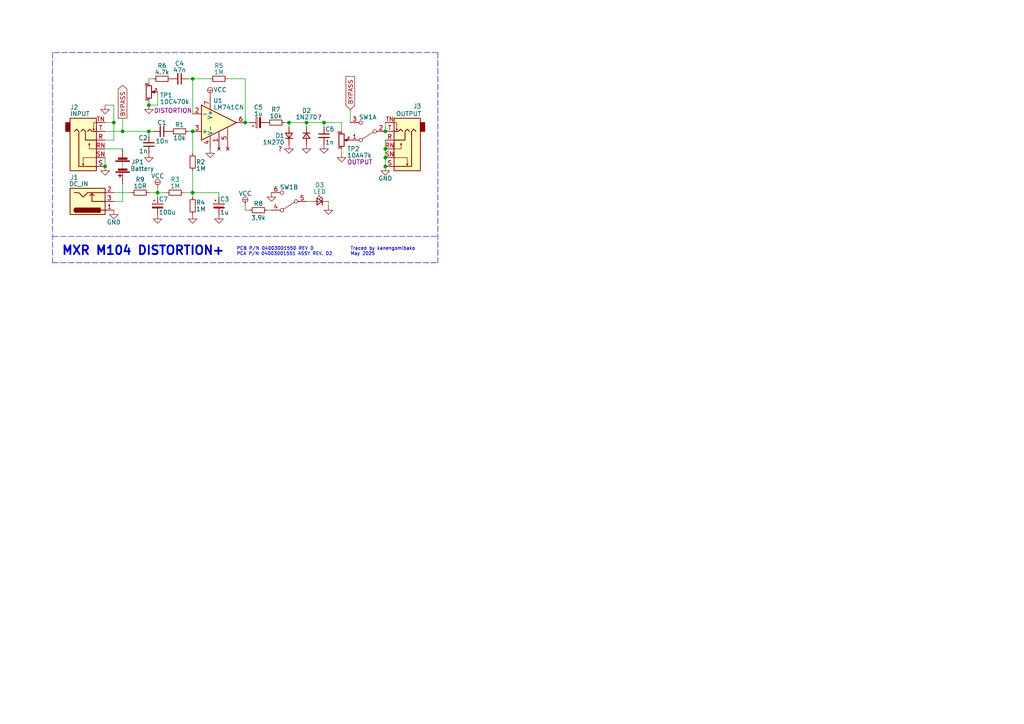
<source format=kicad_sch>
(kicad_sch (version 20250114) (generator "eeschema") (generator_version "9.0")
  (paper "A4")
  (lib_symbols
    (symbol "Amplifier_Operational:LM741" (pin_names (offset 0.127))
      (property "Reference" "U2" (at 11.43 -4.9532 0))
      (property "Value" "LM741" (at 11.43 -2.4132 0))
      (symbol "LM741_0_1"
        (polyline (pts (xy -5.08 5.08) (xy 5.08 0) (xy -5.08 -5.08) (xy -5.08 5.08)) (stroke (width 0.254)) (fill (type background)))
      )
      (symbol "LM741_1_1"
        (pin input line (at -7.62 2.54 0) (length 2.54) (name "-") (number "2"))
        (pin input line (at -7.62 -2.54 0) (length 2.54) (name "+") (number "3"))
        (pin power_in line (at -2.54 7.62 270) (length 3.81) (name "V+") (number "7"))
        (pin power_in line (at -2.54 -7.62 90) (length 3.81) (name "V-") (number "4"))
        (pin no_connect line (at 0 2.54 270) (length 2.54) (hide yes) (name "NC") (number "8"))
        (pin no_connect line (at 0 -7.62 90) (length 5.08) (name "") (number "1"))
        (pin no_connect line (at 2.54 -7.62 90) (length 6.35) (name "") (number "5"))
        (pin output line (at 7.62 0 180) (length 2.54) (name "~") (number "6"))
      )
    )
    (symbol "AudioJack3_Switch_1"
      (property "Reference" "JK2" (at -5.3975 12.065 0))
      (property "Value" "AudioJack3_Switch_1" (at -5.3975 10.16 0))
      (symbol "AudioJack3_Switch_1_0_1"
        (rectangle (start -5.08 -5.08) (end -6.35 -7.62) (stroke (width 0.254)) (fill (type outline)))
        (polyline (pts (xy -1.905 -5.08) (xy -1.27 -5.715) (xy -0.635 -5.08) (xy -0.635 -2.54) (xy 2.54 -2.54)) (stroke (width 0.254)))
        (polyline (pts (xy -1.27 4.826) (xy -1.016 4.318)))
        (polyline (pts (xy 0 -5.08) (xy 0.635 -5.715) (xy 1.27 -5.08) (xy 2.54 -5.08)) (stroke (width 0.254)))
        (polyline (pts (xy 0.508 -1.651) (xy 0.254 -1.143)))
        (polyline (pts (xy 1.778 -5.334) (xy 2.032 -5.842)))
        (rectangle (start 2.54 6.35) (end -5.08 -8.89) (stroke (width 0.254)) (fill (type background)))
        (polyline (pts (xy 2.54 5.08) (xy -2.54 5.08) (xy -2.54 -5.08) (xy -3.175 -5.715) (xy -3.81 -5.08)) (stroke (width 0.254)))
        (polyline (pts (xy 2.54 2.54) (xy -1.27 2.54) (xy -1.27 4.826) (xy -1.524 4.318)))
        (polyline (pts (xy 2.54 0) (xy 0.508 0) (xy 0.508 -1.651) (xy 0.762 -1.143)))
        (polyline (pts (xy 2.54 -7.62) (xy 1.778 -7.62) (xy 1.778 -5.334) (xy 1.524 -5.842)))
      )
      (symbol "AudioJack3_Switch_1_1_1"
        (pin passive line (at 5.08 5.08 180) (length 2.54) (name "~") (number "S"))
        (pin passive line (at 5.08 2.54 180) (length 2.54) (name "~") (number "SN"))
        (pin passive line (at 5.08 0 180) (length 2.54) (name "~") (number "RN"))
        (pin passive line (at 5.08 -2.54 180) (length 2.54) (name "~") (number "R"))
        (pin passive line (at 5.08 -5.08 180) (length 2.54) (name "~") (number "T"))
        (pin passive line (at 5.08 -7.62 180) (length 2.54) (name "~") (number "TN"))
      )
    )
    (symbol "Connector:Barrel_Jack_Switch" (pin_names (hide yes))
      (property "Reference" "J" (at 0 5.334 0))
      (property "Value" "Barrel_Jack_Switch" (at 0 -5.08 0))
      (symbol "Barrel_Jack_Switch_0_1"
        (rectangle (start -5.08 3.81) (end 5.08 -3.81) (stroke (width 0.254)) (fill (type background)))
        (polyline (pts (xy -3.81 -2.54) (xy -2.54 -2.54) (xy -1.27 -1.27) (xy 0 -2.54) (xy 2.54 -2.54) (xy 5.08 -2.54)) (stroke (width 0.254)))
        (arc (start -3.302 1.905) (mid -3.9343 2.54) (end -3.302 3.175) (stroke (width 0.254)))
        (arc (start -3.302 1.905) (mid -3.9343 2.54) (end -3.302 3.175) (stroke (width 0.254)) (fill (type outline)))
        (polyline (pts (xy 1.27 -2.286) (xy 1.905 -1.651)) (stroke (width 0.254)))
        (rectangle (start 3.683 3.175) (end -3.302 1.905) (stroke (width 0.254)) (fill (type outline)))
        (polyline (pts (xy 5.08 2.54) (xy 3.81 2.54)) (stroke (width 0.254)))
        (polyline (pts (xy 5.08 0) (xy 1.27 0) (xy 1.27 -2.286) (xy 0.635 -1.651)) (stroke (width 0.254)))
      )
      (symbol "Barrel_Jack_Switch_1_1"
        (pin passive line (at 7.62 2.54 180) (length 2.54) (name "~") (number "1"))
        (pin passive line (at 7.62 0 180) (length 2.54) (name "~") (number "3"))
        (pin passive line (at 7.62 -2.54 180) (length 2.54) (name "~") (number "2"))
      )
    )
    (symbol "D_Small_1" (pin_numbers (hide yes)) (pin_names (offset 0.254) (hide yes))
      (property "Reference" "D" (at -1.27 2.032 0))
      (property "Value" "D_Small" (at -3.81 -2.032 0))
      (symbol "D_Small_1_0_1"
        (polyline (pts (xy -0.762 0) (xy 0.762 0)))
        (polyline (pts (xy -0.762 -1.016) (xy -0.762 1.016)) (stroke (width 0.254)))
        (polyline (pts (xy 0.762 -1.016) (xy -0.762 0) (xy 0.762 1.016) (xy 0.762 -1.016)) (stroke (width 0.254)))
      )
      (symbol "D_Small_1_1_1"
        (pin passive line (at -2.54 0 0) (length 1.778) (name "K") (number "1"))
        (pin passive line (at 2.54 0 180) (length 1.778) (name "A") (number "2"))
      )
    )
    (symbol "Device:Battery" (pin_numbers (hide yes)) (pin_names (offset 0) (hide yes))
      (property "Reference" "BT" (at 2.54 2.54 0))
      (property "Value" "Battery" (at 2.54 0 0))
      (symbol "Battery_0_1"
        (rectangle (start -2.032 1.778) (end 2.032 1.524) (fill (type outline)))
        (rectangle (start -2.032 -1.397) (end 2.032 -1.651) (fill (type outline)))
        (rectangle (start -1.3208 1.1938) (end 1.27 0.6858) (fill (type outline)))
        (rectangle (start -1.3208 -1.9812) (end 1.27 -2.4892) (fill (type outline)))
        (polyline (pts (xy 0 1.778) (xy 0 2.54)))
        (polyline (pts (xy 0 0.508) (xy 0 0.762)))
        (polyline (pts (xy 0 0) (xy 0 0.254)))
        (polyline (pts (xy 0 -0.508) (xy 0 -0.254)))
        (polyline (pts (xy 0 -1.016) (xy 0 -0.762)))
        (polyline (pts (xy 0 -1.524) (xy 0 -1.27)))
        (polyline (pts (xy 0.254 2.667) (xy 1.27 2.667)) (stroke (width 0.254)))
        (polyline (pts (xy 0.762 3.175) (xy 0.762 2.159)) (stroke (width 0.254)))
      )
      (symbol "Battery_1_1"
        (pin passive line (at 0 5.08 270) (length 2.54) (name "+") (number "1"))
        (pin passive line (at 0 -5.08 90) (length 2.54) (name "-") (number "2"))
      )
    )
    (symbol "Device:C_Polarized_Small" (pin_numbers (hide yes)) (pin_names (offset 0.254) (hide yes))
      (property "Reference" "C" (at 0.254 1.778 0))
      (property "Value" "C_Polarized_Small" (at 0.254 -2.032 0))
      (symbol "C_Polarized_Small_0_1"
        (rectangle (start -1.524 0.6858) (end 1.524 0.3048))
        (rectangle (start -1.524 -0.3048) (end 1.524 -0.6858) (fill (type outline)))
        (polyline (pts (xy -1.27 1.524) (xy -0.762 1.524)))
        (polyline (pts (xy -1.016 1.27) (xy -1.016 1.778)))
      )
      (symbol "C_Polarized_Small_1_1"
        (pin passive line (at 0 2.54 270) (length 1.8542) (name "~") (number "1"))
        (pin passive line (at 0 -2.54 90) (length 1.8542) (name "~") (number "2"))
      )
    )
    (symbol "Device:C_Small" (pin_numbers (hide yes)) (pin_names (offset 0.254) (hide yes))
      (property "Reference" "C" (at 0.254 1.778 0))
      (property "Value" "C_Small" (at 0.254 -2.032 0))
      (symbol "C_Small_0_1"
        (polyline (pts (xy -1.524 0.508) (xy 1.524 0.508)) (stroke (width 0.3048)))
        (polyline (pts (xy -1.524 -0.508) (xy 1.524 -0.508)) (stroke (width 0.3302)))
      )
      (symbol "C_Small_1_1"
        (pin passive line (at 0 2.54 270) (length 2.032) (name "~") (number "1"))
        (pin passive line (at 0 -2.54 90) (length 2.032) (name "~") (number "2"))
      )
    )
    (symbol "Device:LED_Small" (pin_numbers (hide yes)) (pin_names (offset 0.254) (hide yes))
      (property "Reference" "D" (at -1.27 3.175 0))
      (property "Value" "LED_Small" (at -4.445 -2.54 0))
      (symbol "LED_Small_0_1"
        (polyline (pts (xy -0.762 -1.016) (xy -0.762 1.016)) (stroke (width 0.254)))
        (polyline (pts (xy 0 0.762) (xy -0.508 1.27) (xy -0.254 1.27) (xy -0.508 1.27) (xy -0.508 1.016)))
        (polyline (pts (xy 0.508 1.27) (xy 0 1.778) (xy 0.254 1.778) (xy 0 1.778) (xy 0 1.524)))
        (polyline (pts (xy 0.762 -1.016) (xy -0.762 0) (xy 0.762 1.016) (xy 0.762 -1.016)) (stroke (width 0.254)))
        (polyline (pts (xy 1.016 0) (xy -0.762 0)))
      )
      (symbol "LED_Small_1_1"
        (pin passive line (at -2.54 0 0) (length 1.778) (name "K") (number "1"))
        (pin passive line (at 2.54 0 180) (length 1.778) (name "A") (number "2"))
      )
    )
    (symbol "Device:R_Potentiometer_Small" (pin_names (offset 1.016) (hide yes))
      (property "Reference" "RV" (at -4.445 0 90))
      (property "Value" "R_Potentiometer_Small" (at -2.54 0 90))
      (symbol "R_Potentiometer_Small_0_1"
        (rectangle (start 0.762 1.8034) (end -0.762 -1.8034) (stroke (width 0.254)))
        (polyline (pts (xy 0.889 0) (xy 0.635 0) (xy 1.651 0.381) (xy 1.651 -0.381) (xy 0.635 0) (xy 0.889 0)) (fill (type outline)))
      )
      (symbol "R_Potentiometer_Small_1_1"
        (pin passive line (at 0 2.54 270) (length 0.635) (name "1") (number "1"))
        (pin passive line (at 0 -2.54 90) (length 0.635) (name "3") (number "3"))
        (pin passive line (at 2.54 0 180) (length 0.9906) (name "2") (number "2"))
      )
    )
    (symbol "Device:R_Small" (pin_numbers (hide yes)) (pin_names (offset 0.254) (hide yes))
      (property "Reference" "R" (at 0.762 0.508 0))
      (property "Value" "R_Small" (at 0.762 -1.016 0))
      (symbol "R_Small_0_1"
        (rectangle (start -0.762 1.778) (end 0.762 -1.778) (stroke (width 0.2032)))
      )
      (symbol "R_Small_1_1"
        (pin passive line (at 0 2.54 270) (length 0.762) (name "~") (number "1"))
        (pin passive line (at 0 -2.54 90) (length 0.762) (name "~") (number "2"))
      )
    )
    (symbol "Switch:SW_DPDT_x2" (pin_names (offset 0) (hide yes))
      (property "Reference" "SW" (at 0 4.318 0))
      (property "Value" "SW_DPDT_x2" (at 0 -5.08 0))
      (symbol "SW_DPDT_x2_0_0"
        (circle (center -2.032 0) (radius 0.508))
        (circle (center 2.032 -2.54) (radius 0.508))
      )
      (symbol "SW_DPDT_x2_0_1"
        (polyline (pts (xy -1.524 0.254) (xy 1.651 2.286)))
        (circle (center 2.032 2.54) (radius 0.508))
      )
      (symbol "SW_DPDT_x2_1_1"
        (pin passive line (at -5.08 0 0) (length 2.54) (name "B") (number "2"))
        (pin passive line (at 5.08 2.54 180) (length 2.54) (name "A") (number "1"))
        (pin passive line (at 5.08 -2.54 180) (length 2.54) (name "C") (number "3"))
      )
      (symbol "SW_DPDT_x2_2_1"
        (pin passive line (at -5.08 0 0) (length 2.54) (name "B") (number "5"))
        (pin passive line (at 5.08 2.54 180) (length 2.54) (name "A") (number "4"))
        (pin passive line (at 5.08 -2.54 180) (length 2.54) (name "C") (number "6"))
      )
    )
    (symbol "myLib:VCC" (power) (pin_names (offset 0))
      (property "Value" "VCC" (at 0 3.556 0))
      (symbol "VCC_0_0"
        (polyline (pts (xy -0.762 1.778) (xy 0.762 1.778)))
        (circle (center 0 1.778) (radius 0.7725))
      )
      (symbol "VCC_0_1"
        (polyline (pts (xy 0 0) (xy 0 1.778)))
      )
      (symbol "VCC_1_1"
        (pin power_in line (at 0 0 90) (length 0) (hide yes) (name "VCC") (number "1"))
      )
    )
    (symbol "power:GND" (power) (pin_names (offset 0))
      (property "Value" "GND" (at 0 -3.81 0))
      (symbol "GND_0_1"
        (polyline (pts (xy 0 0) (xy 0 -1.27) (xy 1.27 -1.27) (xy 0 -2.54) (xy -1.27 -1.27) (xy 0 -1.27)))
      )
      (symbol "GND_1_1"
        (pin power_in line (at 0 0 270) (length 0) (hide yes) (name "GND") (number "1"))
      )
    )
  )
  (text "MXR M104 DISTORTION+" (at 17.78 74.295 0) (effects (font (size 2.54 2.54) (thickness 0.508) (bold yes)) (justify left bottom)))
  (text "Traced by kanengomibako\nMay 2025" (at 101.6 74.295 0) (effects (font (size 0.9525 0.9525)) (justify left bottom)))
  (text "PCB P/N 04003001550 REV D\nPCA P/N 04003001551 ASSY REV. D2\n" (at 68.58 74.295 0) (effects (font (size 0.9525 0.9525)) (justify left bottom)))
  (junction (at 43.18 38.1))
  (junction (at 55.88 55.88))
  (junction (at 88.9 35.56))
  (junction (at 45.72 55.88))
  (junction (at 111.76 38.1))
  (junction (at 93.98 35.56))
  (junction (at 43.18 30.48))
  (junction (at 35.56 38.1))
  (junction (at 33.02 35.56))
  (junction (at 111.76 45.72))
  (junction (at 55.88 22.86))
  (junction (at 111.76 48.26))
  (junction (at 55.88 38.1))
  (junction (at 30.48 48.26))
  (junction (at 111.76 43.18))
  (junction (at 71.12 35.56))
  (junction (at 83.82 35.56))
  (wire (pts (xy 30.48 43.18) (xy 35.56 43.18)))
  (wire (pts (xy 95.25 58.42) (xy 95.25 59.69)))
  (wire (pts (xy 53.34 55.88) (xy 55.88 55.88)))
  (wire (pts (xy 88.9 35.56) (xy 88.9 36.83)))
  (wire (pts (xy 55.88 49.53) (xy 55.88 55.88)))
  (wire (pts (xy 55.88 38.1) (xy 55.88 44.45)))
  (wire (pts (xy 111.76 45.72) (xy 111.76 48.26)))
  (wire (pts (xy 111.76 35.56) (xy 111.76 38.1)))
  (wire (pts (xy 35.56 53.34) (xy 35.56 58.42)))
  (wire (pts (xy 93.98 35.56) (xy 99.06 35.56)))
  (wire (pts (xy 30.48 38.1) (xy 35.56 38.1)))
  (polyline (pts (xy 127 15.24) (xy 15.24 15.24)) (stroke (width 0) (type dash)))
  (wire (pts (xy 55.88 55.88) (xy 55.88 57.15)))
  (wire (pts (xy 43.18 22.86) (xy 44.45 22.86)))
  (wire (pts (xy 83.82 35.56) (xy 88.9 35.56)))
  (wire (pts (xy 83.82 35.56) (xy 83.82 36.83)))
  (wire (pts (xy 71.12 60.96) (xy 72.39 60.96)))
  (polyline (pts (xy 127 15.24) (xy 127 76.2)) (stroke (width 0) (type dash)))
  (wire (pts (xy 45.72 26.67) (xy 45.72 30.48)))
  (wire (pts (xy 33.02 58.42) (xy 35.56 58.42)))
  (wire (pts (xy 55.88 55.88) (xy 63.5 55.88)))
  (wire (pts (xy 30.48 40.64) (xy 33.02 40.64)))
  (wire (pts (xy 30.48 30.48) (xy 33.02 30.48)))
  (wire (pts (xy 43.18 22.86) (xy 43.18 24.13)))
  (wire (pts (xy 77.47 60.96) (xy 78.74 60.96)))
  (wire (pts (xy 82.55 35.56) (xy 83.82 35.56)))
  (wire (pts (xy 35.56 38.1) (xy 43.18 38.1)))
  (polyline (pts (xy 15.24 76.2) (xy 127 76.2)) (stroke (width 0) (type dash)))
  (wire (pts (xy 71.12 35.56) (xy 72.39 35.56)))
  (wire (pts (xy 43.18 38.1) (xy 43.18 39.37)))
  (wire (pts (xy 93.98 35.56) (xy 93.98 36.83)))
  (wire (pts (xy 33.02 30.48) (xy 33.02 35.56)))
  (wire (pts (xy 30.48 35.56) (xy 33.02 35.56)))
  (wire (pts (xy 99.06 44.45) (xy 99.06 43.18)))
  (wire (pts (xy 55.88 38.1) (xy 54.61 38.1)))
  (wire (pts (xy 111.76 40.64) (xy 111.76 43.18)))
  (wire (pts (xy 33.02 55.88) (xy 38.1 55.88)))
  (wire (pts (xy 101.6 31.75) (xy 101.6 35.56)))
  (wire (pts (xy 35.56 34.29) (xy 35.56 38.1)))
  (wire (pts (xy 43.18 38.1) (xy 44.45 38.1)))
  (wire (pts (xy 30.48 45.72) (xy 30.48 48.26)))
  (wire (pts (xy 55.88 22.86) (xy 55.88 33.02)))
  (wire (pts (xy 43.18 30.48) (xy 45.72 30.48)))
  (wire (pts (xy 111.76 43.18) (xy 111.76 45.72)))
  (wire (pts (xy 45.72 55.88) (xy 48.26 55.88)))
  (wire (pts (xy 99.06 35.56) (xy 99.06 38.1)))
  (polyline (pts (xy 15.24 15.24) (xy 15.24 76.2)) (stroke (width 0) (type dash)))
  (wire (pts (xy 63.5 55.88) (xy 63.5 57.15)))
  (wire (pts (xy 66.04 22.86) (xy 71.12 22.86)))
  (polyline (pts (xy 15.24 68.58) (xy 127 68.58)) (stroke (width 0) (type dash)))
  (wire (pts (xy 33.02 35.56) (xy 33.02 40.64)))
  (wire (pts (xy 43.18 55.88) (xy 45.72 55.88)))
  (wire (pts (xy 43.18 30.48) (xy 43.18 29.21)))
  (wire (pts (xy 54.61 22.86) (xy 55.88 22.86)))
  (wire (pts (xy 71.12 22.86) (xy 71.12 35.56)))
  (wire (pts (xy 71.12 59.69) (xy 71.12 60.96)))
  (wire (pts (xy 90.17 58.42) (xy 88.9 58.42)))
  (wire (pts (xy 55.88 22.86) (xy 60.96 22.86)))
  (wire (pts (xy 88.9 35.56) (xy 93.98 35.56)))
  (wire (pts (xy 45.72 57.15) (xy 45.72 55.88)))
  (wire (pts (xy 45.72 55.88) (xy 45.72 54.61)))
  (global_label "BYPASS" (shape input) (at 101.6 31.75 90) (property "Intersheetrefs" "${INTERSHEET_REFS}" (effects (hide yes))))
  (global_label "BYPASS" (shape output) (at 35.56 34.29 90) (property "Intersheetrefs" "${INTERSHEET_REFS}" (effects (hide yes))))
  (symbol (lib_id "Device:R_Small") (at 55.88 59.69 0) (unit 1)
    (property "Reference" "R4" (at 56.8325 58.7375 0) (effects (justify left)))
    (property "Value" "1M" (at 56.8325 60.6425 0) (effects (justify left)))
    (property "Footprint" "Resistor_THT:R_Axial_DIN0207_L6.3mm_D2.5mm_P10.16mm_Horizontal" (effects (hide yes)))
  )
  (symbol (lib_id "Device:R_Small") (at 46.99 22.86 270) (mirror x) (unit 1)
    (property "Reference" "R6" (at 46.99 19.05 90))
    (property "Value" "4.7k" (at 46.99 20.955 90))
    (property "Footprint" "Resistor_THT:R_Axial_DIN0207_L6.3mm_D2.5mm_P10.16mm_Horizontal" (effects (hide yes)))
  )
  (symbol (lib_id "power:GND") (at 83.82 41.91 0) (unit 1)
    (property "Reference" "#PWR03" (effects (hide yes)))
    (property "Value" "GND" (effects (hide yes)))
  )
  (symbol (lib_id "Connector:Barrel_Jack_Switch") (at 25.4 58.42 0) (mirror x) (unit 1)
    (property "Reference" "J1" (at 20.32 51.435 0) (effects (justify left)))
    (property "Value" "DC_IN" (at 20.0025 53.34 0) (effects (justify left)))
    (property "Footprint" "myFoot:my_DC_Jack" (effects (hide yes)))
  )
  (symbol (lib_id "Device:C_Polarized_Small") (at 63.5 59.69 0) (unit 1)
    (property "Reference" "C3" (at 63.8175 57.785 0) (effects (justify left)))
    (property "Value" "1u" (at 63.8175 61.595 0) (effects (justify left)))
    (property "Footprint" "Capacitor_THT:CP_Radial_D5.0mm_P2.50mm" (effects (hide yes)))
  )
  (symbol (lib_id "Device:R_Small") (at 74.93 60.96 270) (unit 1)
    (property "Reference" "R8" (at 74.93 59.055 90))
    (property "Value" "3.9k" (at 74.93 63.1825 90))
    (property "Footprint" "Resistor_THT:R_Axial_DIN0207_L6.3mm_D2.5mm_P10.16mm_Horizontal" (effects (hide yes)))
  )
  (symbol (lib_id "Device:C_Small") (at 52.07 22.86 270) (mirror x) (unit 1)
    (property "Reference" "C4" (at 52.07 18.415 90))
    (property "Value" "47n" (at 52.07 20.32 90))
    (property "Footprint" "myFoot:my_C_Rect1_P5.00mm" (effects (hide yes)))
  )
  (symbol (lib_id "power:GND") (at 30.48 48.26 0) (unit 1)
    (property "Reference" "#PWR015" (effects (hide yes)))
    (property "Value" "GND" (effects (hide yes)))
  )
  (symbol (lib_id "power:GND") (at 93.98 41.91 0) (unit 1)
    (property "Reference" "#PWR05" (effects (hide yes)))
    (property "Value" "GND" (effects (hide yes)))
  )
  (symbol (lib_id "Device:C_Polarized_Small") (at 45.72 59.69 0) (unit 1)
    (property "Reference" "C7" (at 46.0375 57.785 0) (effects (justify left)))
    (property "Value" "100u" (at 46.0375 61.595 0) (effects (justify left)))
    (property "Footprint" "Capacitor_THT:CP_Radial_D5.0mm_P2.50mm" (effects (hide yes)))
  )
  (symbol (lib_id "power:GND") (at 95.25 59.69 0) (unit 1)
    (property "Reference" "#PWR011" (effects (hide yes)))
    (property "Value" "GND" (effects (hide yes)))
  )
  (symbol (lib_id "power:GND") (at 43.18 30.48 0) (unit 1)
    (property "Reference" "#PWR01" (effects (hide yes)))
    (property "Value" "GND" (effects (hide yes)))
  )
  (symbol (lib_id "power:GND") (at 43.18 44.45 0) (unit 1)
    (property "Reference" "#PWR012" (effects (hide yes)))
    (property "Value" "GND" (effects (hide yes)))
  )
  (symbol (lib_id "Device:C_Polarized_Small") (at 74.93 35.56 90) (unit 1)
    (property "Reference" "C5" (at 74.93 31.115 90))
    (property "Value" "1u" (at 74.93 33.02 90))
    (property "Footprint" "Capacitor_THT:CP_Radial_D5.0mm_P2.50mm" (effects (hide yes)))
  )
  (symbol (lib_id "Device:R_Small") (at 55.88 46.99 180) (unit 1)
    (property "Reference" "R2" (at 56.8325 46.99 0) (effects (justify right)))
    (property "Value" "1M" (at 56.8325 48.895 0) (effects (justify right)))
    (property "Footprint" "Resistor_THT:R_Axial_DIN0207_L6.3mm_D2.5mm_P10.16mm_Horizontal" (effects (hide yes)))
  )
  (symbol (lib_id "Device:C_Small") (at 46.99 38.1 270) (mirror x) (unit 1)
    (property "Reference" "C1" (at 46.99 35.56 90))
    (property "Value" "10n" (at 46.99 40.9575 90))
    (property "Footprint" "myFoot:my_C_Rect1_P5.00mm" (effects (hide yes)))
  )
  (symbol (lib_name "D_Small_1") (lib_id "Device:D_Small") (at 83.82 39.37 270) (mirror x) (unit 1)
    (property "Reference" "D1" (at 82.55 39.37 90) (effects (justify right)))
    (property "Value" "1N270" (at 82.55 41.275 90) (effects (justify right)))
    (property "Footprint" "Diode_THT:D_A-405_P10.16mm_Horizontal" (effects (hide yes)))
    (property "Datasheet" "?" (at 81.28 43.18 90))
    (property "Description" "Diode, small symbol" (effects (hide yes)))
  )
  (symbol (lib_id "power:GND") (at 63.5 62.23 0) (unit 1)
    (property "Reference" "#PWR08" (effects (hide yes)))
    (property "Value" "GND" (effects (hide yes)))
  )
  (symbol (lib_name "AudioJack3_Switch_1") (lib_id "Connector:AudioJack3_Switch") (at 116.84 43.18 180) (unit 1)
    (property "Reference" "J3" (at 122.2375 30.7975 0) (effects (justify left)))
    (property "Value" "OUTPUT" (at 122.2375 33.02 0) (effects (justify left)))
    (property "Footprint" "Connector_Audio:Jack_6.35mm_Neutrik_NMJ6HCD2_Horizontal" (effects (hide yes)))
  )
  (symbol (lib_id "Device:R_Potentiometer_Small") (at 43.18 26.67 0) (mirror x) (unit 1)
    (property "Reference" "TP1" (at 46.355 27.6225 0) (effects (justify left)))
    (property "Value" "10C470k" (at 46.355 29.5275 0) (effects (justify left)))
    (property "Footprint" "myFoot:my_pot_5mm" (effects (hide yes)))
    (property "NAME" "DISTORTION" (at 50.165 32.0675 0))
  )
  (symbol (lib_id "Device:LED_Small") (at 92.71 58.42 0) (mirror y) (unit 1)
    (property "Reference" "D3" (at 92.71 53.6575 0))
    (property "Value" "LED" (at 92.71 55.5625 0))
    (property "Footprint" "LED_THT:LED_D3.0mm" (effects (hide yes)))
  )
  (symbol (lib_id "Switch:SW_DPDT_x2") (at 83.82 58.42 180) (unit 2)
    (property "Reference" "SW1" (at 83.82 54.2925 0))
    (property "Value" "SW2" (effects (hide yes)))
    (property "Footprint" "Connector_PinHeader_2.54mm:PinHeader_2x03_P2.54mm_Vertical" (effects (hide yes)))
  )
  (symbol (lib_id "Device:Battery") (at 35.56 48.26 180) (unit 1)
    (property "Reference" "JP1" (at 38.1 46.99 0) (effects (justify right)))
    (property "Value" "Battery" (at 37.7825 48.895 0) (effects (justify right)))
    (property "Footprint" "myFoot:my_conn" (effects (hide yes)))
  )
  (symbol (lib_id "power:GND") (at 55.88 62.23 0) (unit 1)
    (property "Reference" "#PWR06" (effects (hide yes)))
    (property "Value" "GND" (effects (hide yes)))
  )
  (symbol (lib_name "D_Small_1") (lib_id "Device:D_Small") (at 88.9 39.37 270) (unit 1)
    (property "Reference" "D2" (at 88.9 32.0675 90))
    (property "Value" "1N270" (at 88.9 33.9725 90))
    (property "Footprint" "Diode_THT:D_A-405_P10.16mm_Horizontal" (effects (hide yes)))
    (property "Datasheet" "?" (at 92.71 33.9725 90))
    (property "Description" "Diode, small symbol" (effects (hide yes)))
  )
  (symbol (lib_id "power:GND") (at 88.9 41.91 0) (unit 1)
    (property "Reference" "#PWR04" (effects (hide yes)))
    (property "Value" "GND" (effects (hide yes)))
  )
  (symbol (lib_id "myLib:VCC") (at 45.72 54.61 0) (unit 1)
    (property "Reference" "#PWR027" (effects (hide yes)))
    (property "Value" "VCC" (at 45.72 51.054 0))
  )
  (symbol (lib_id "power:GND") (at 45.72 62.23 0) (unit 1)
    (property "Reference" "#PWR028" (effects (hide yes)))
    (property "Value" "GND" (effects (hide yes)))
  )
  (symbol (lib_id "power:GND") (at 111.76 48.26 0) (unit 1)
    (property "Reference" "#PWR013" (effects (hide yes)))
    (property "Value" "GND" (at 111.76 51.7525 0))
  )
  (symbol (lib_id "power:GND") (at 99.06 44.45 0) (unit 1)
    (property "Reference" "#PWR02" (effects (hide yes)))
    (property "Value" "GND" (effects (hide yes)))
  )
  (symbol (lib_id "Device:R_Small") (at 50.8 55.88 270) (mirror x) (unit 1)
    (property "Reference" "R3" (at 50.8 52.07 90))
    (property "Value" "1M" (at 50.8 53.975 90))
    (property "Footprint" "Resistor_THT:R_Axial_DIN0207_L6.3mm_D2.5mm_P10.16mm_Horizontal" (effects (hide yes)))
  )
  (symbol (lib_name "AudioJack3_Switch_1") (lib_id "Connector:AudioJack3_Switch") (at 25.4 43.18 0) (mirror x) (unit 1)
    (property "Reference" "J2" (at 20.32 31.115 0) (effects (justify left)))
    (property "Value" "INPUT" (at 20.32 33.02 0) (effects (justify left)))
    (property "Footprint" "Connector_Audio:Jack_6.35mm_Neutrik_NMJ6HCD2_Horizontal" (effects (hide yes)))
  )
  (symbol (lib_id "myLib:VCC") (at 60.96 27.94 0) (unit 1)
    (property "Reference" "#PWR07" (effects (hide yes)))
    (property "Value" "VCC" (at 61.9125 26.035 0) (effects (justify left)))
  )
  (symbol (lib_id "power:GND") (at 60.96 43.18 0) (unit 1)
    (property "Reference" "#PWR029" (effects (hide yes)))
    (property "Value" "GND" (effects (hide yes)))
  )
  (symbol (lib_id "Switch:SW_DPDT_x2") (at 106.68 38.1 180) (unit 1)
    (property "Reference" "SW1" (at 106.68 33.9725 0))
    (property "Value" "SW2" (effects (hide yes)))
    (property "Footprint" "Connector_PinHeader_2.54mm:PinHeader_2x03_P2.54mm_Vertical" (effects (hide yes)))
  )
  (symbol (lib_id "Device:C_Small") (at 93.98 39.37 0) (unit 1)
    (property "Reference" "C6" (at 94.2975 37.465 0) (effects (justify left)))
    (property "Value" "1n" (at 94.2975 41.275 0) (effects (justify left)))
    (property "Footprint" "myFoot:my_C_Rect1_P5.00mm" (effects (hide yes)))
  )
  (symbol (lib_id "power:GND") (at 30.48 30.48 0) (unit 1)
    (property "Reference" "#PWR014" (effects (hide yes)))
    (property "Value" "GND" (effects (hide yes)))
  )
  (symbol (lib_id "Device:R_Small") (at 40.64 55.88 270) (mirror x) (unit 1)
    (property "Reference" "R9" (at 40.64 52.07 90))
    (property "Value" "10R" (at 40.64 53.975 90))
    (property "Footprint" "Resistor_THT:R_Axial_DIN0207_L6.3mm_D2.5mm_P10.16mm_Horizontal" (effects (hide yes)))
  )
  (symbol (lib_id "Device:R_Small") (at 80.01 35.56 270) (mirror x) (unit 1)
    (property "Reference" "R7" (at 80.01 31.75 90))
    (property "Value" "10k" (at 80.01 33.655 90))
    (property "Footprint" "Resistor_THT:R_Axial_DIN0207_L6.3mm_D2.5mm_P10.16mm_Horizontal" (effects (hide yes)))
  )
  (symbol (lib_id "Device:C_Small") (at 43.18 41.91 180) (unit 1)
    (property "Reference" "C2" (at 42.8625 40.005 0) (effects (justify left)))
    (property "Value" "1n" (at 42.8625 43.815 0) (effects (justify left)))
    (property "Footprint" "myFoot:my_C_Rect1_P5.00mm" (effects (hide yes)))
  )
  (symbol (lib_id "Device:R_Potentiometer_Small") (at 99.06 40.64 0) (mirror x) (unit 1)
    (property "Reference" "TP2" (at 100.6475 43.18 0) (effects (justify left)))
    (property "Value" "10A47k" (at 100.6475 45.085 0) (effects (justify left)))
    (property "Footprint" "myFoot:my_pot_5mm" (effects (hide yes)))
    (property "NAME" "OUTPUT" (at 100.6475 46.99 0) (effects (justify left)))
  )
  (symbol (lib_id "Device:R_Small") (at 52.07 38.1 90) (unit 1)
    (property "Reference" "R1" (at 52.07 36.195 90))
    (property "Value" "10k" (at 52.07 40.005 90))
    (property "Footprint" "Resistor_THT:R_Axial_DIN0207_L6.3mm_D2.5mm_P10.16mm_Horizontal" (effects (hide yes)))
  )
  (symbol (lib_id "Amplifier_Operational:LM741") (at 63.5 35.56 0) (unit 1)
    (property "Reference" "U1" (at 63.1825 29.21 0))
    (property "Value" "LM741CN" (at 66.3575 31.115 0))
    (property "Footprint" "Package_DIP:DIP-8_W7.62mm_Socket" (effects (hide yes)))
    (property "Description" "Operational Amplifier, DIP-8/TO-99-8" (effects (hide yes)))
  )
  (symbol (lib_id "power:GND") (at 78.74 55.88 0) (unit 1)
    (property "Reference" "#PWR010" (effects (hide yes)))
    (property "Value" "GND" (effects (hide yes)))
  )
  (symbol (lib_id "myLib:VCC") (at 71.12 59.69 0) (unit 1)
    (property "Reference" "#PWR09" (effects (hide yes)))
    (property "Value" "VCC" (at 71.12 56.134 0))
  )
  (symbol (lib_id "Device:R_Small") (at 63.5 22.86 90) (unit 1)
    (property "Reference" "R5" (at 63.5 19.05 90))
    (property "Value" "1M" (at 63.5 20.955 90))
    (property "Footprint" "Resistor_THT:R_Axial_DIN0207_L6.3mm_D2.5mm_P10.16mm_Horizontal" (effects (hide yes)))
  )
  (symbol (lib_id "power:GND") (at 33.02 60.96 0) (unit 1)
    (property "Reference" "#PWR038" (effects (hide yes)))
    (property "Value" "GND" (at 33.02 64.4525 0))
  )
)
</source>
